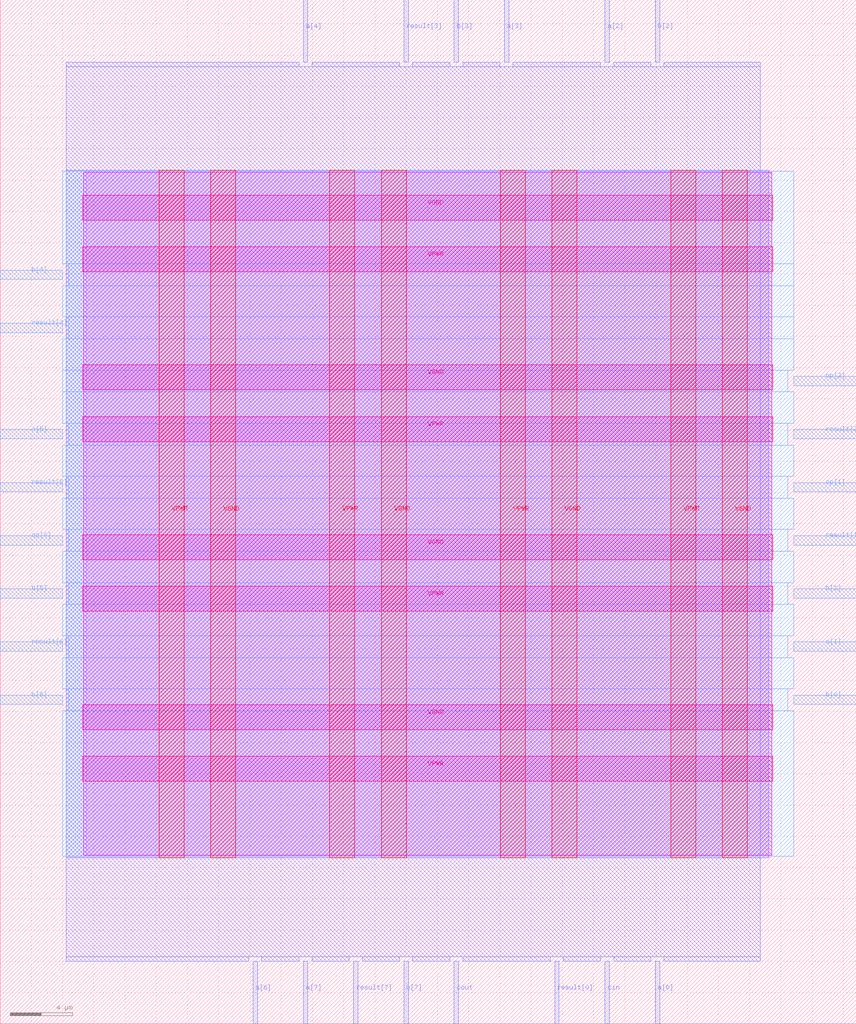
<source format=lef>
VERSION 5.7 ;
  NOWIREEXTENSIONATPIN ON ;
  DIVIDERCHAR "/" ;
  BUSBITCHARS "[]" ;
MACRO alu_8bit
  CLASS BLOCK ;
  FOREIGN alu_8bit ;
  ORIGIN 0.000 0.000 ;
  SIZE 54.820 BY 65.540 ;
  PIN VGND
    DIRECTION INOUT ;
    USE GROUND ;
    PORT
      LAYER met4 ;
        RECT 13.480 10.640 15.080 54.640 ;
    END
    PORT
      LAYER met4 ;
        RECT 24.405 10.640 26.005 54.640 ;
    END
    PORT
      LAYER met4 ;
        RECT 35.330 10.640 36.930 54.640 ;
    END
    PORT
      LAYER met4 ;
        RECT 46.255 10.640 47.855 54.640 ;
    END
    PORT
      LAYER met5 ;
        RECT 5.280 18.815 49.460 20.415 ;
    END
    PORT
      LAYER met5 ;
        RECT 5.280 29.690 49.460 31.290 ;
    END
    PORT
      LAYER met5 ;
        RECT 5.280 40.565 49.460 42.165 ;
    END
    PORT
      LAYER met5 ;
        RECT 5.280 51.440 49.460 53.040 ;
    END
  END VGND
  PIN VPWR
    DIRECTION INOUT ;
    USE POWER ;
    PORT
      LAYER met4 ;
        RECT 10.180 10.640 11.780 54.640 ;
    END
    PORT
      LAYER met4 ;
        RECT 21.105 10.640 22.705 54.640 ;
    END
    PORT
      LAYER met4 ;
        RECT 32.030 10.640 33.630 54.640 ;
    END
    PORT
      LAYER met4 ;
        RECT 42.955 10.640 44.555 54.640 ;
    END
    PORT
      LAYER met5 ;
        RECT 5.280 15.515 49.460 17.115 ;
    END
    PORT
      LAYER met5 ;
        RECT 5.280 26.390 49.460 27.990 ;
    END
    PORT
      LAYER met5 ;
        RECT 5.280 37.265 49.460 38.865 ;
    END
    PORT
      LAYER met5 ;
        RECT 5.280 48.140 49.460 49.740 ;
    END
  END VPWR
  PIN a[0]
    DIRECTION INPUT ;
    USE SIGNAL ;
    ANTENNAGATEAREA 0.196500 ;
    PORT
      LAYER met2 ;
        RECT 41.950 0.000 42.230 4.000 ;
    END
  END a[0]
  PIN a[1]
    DIRECTION INPUT ;
    USE SIGNAL ;
    ANTENNAGATEAREA 0.196500 ;
    PORT
      LAYER met3 ;
        RECT 50.820 23.840 54.820 24.440 ;
    END
  END a[1]
  PIN a[2]
    DIRECTION INPUT ;
    USE SIGNAL ;
    ANTENNAGATEAREA 0.196500 ;
    PORT
      LAYER met2 ;
        RECT 38.730 61.540 39.010 65.540 ;
    END
  END a[2]
  PIN a[3]
    DIRECTION INPUT ;
    USE SIGNAL ;
    ANTENNAGATEAREA 0.196500 ;
    PORT
      LAYER met2 ;
        RECT 32.290 61.540 32.570 65.540 ;
    END
  END a[3]
  PIN a[4]
    DIRECTION INPUT ;
    USE SIGNAL ;
    ANTENNAGATEAREA 0.196500 ;
    PORT
      LAYER met2 ;
        RECT 19.410 61.540 19.690 65.540 ;
    END
  END a[4]
  PIN a[5]
    DIRECTION INPUT ;
    USE SIGNAL ;
    ANTENNAGATEAREA 0.196500 ;
    PORT
      LAYER met3 ;
        RECT 0.000 37.440 4.000 38.040 ;
    END
  END a[5]
  PIN a[6]
    DIRECTION INPUT ;
    USE SIGNAL ;
    ANTENNAGATEAREA 0.196500 ;
    PORT
      LAYER met2 ;
        RECT 16.190 0.000 16.470 4.000 ;
    END
  END a[6]
  PIN a[7]
    DIRECTION INPUT ;
    USE SIGNAL ;
    ANTENNAGATEAREA 0.196500 ;
    PORT
      LAYER met2 ;
        RECT 19.410 0.000 19.690 4.000 ;
    END
  END a[7]
  PIN b[0]
    DIRECTION INPUT ;
    USE SIGNAL ;
    ANTENNAGATEAREA 0.196500 ;
    PORT
      LAYER met3 ;
        RECT 50.820 20.440 54.820 21.040 ;
    END
  END b[0]
  PIN b[1]
    DIRECTION INPUT ;
    USE SIGNAL ;
    ANTENNAGATEAREA 0.196500 ;
    PORT
      LAYER met3 ;
        RECT 50.820 27.240 54.820 27.840 ;
    END
  END b[1]
  PIN b[2]
    DIRECTION INPUT ;
    USE SIGNAL ;
    ANTENNAGATEAREA 0.196500 ;
    PORT
      LAYER met2 ;
        RECT 41.950 61.540 42.230 65.540 ;
    END
  END b[2]
  PIN b[3]
    DIRECTION INPUT ;
    USE SIGNAL ;
    ANTENNAGATEAREA 0.196500 ;
    PORT
      LAYER met2 ;
        RECT 29.070 61.540 29.350 65.540 ;
    END
  END b[3]
  PIN b[4]
    DIRECTION INPUT ;
    USE SIGNAL ;
    ANTENNAGATEAREA 0.196500 ;
    PORT
      LAYER met3 ;
        RECT 0.000 47.640 4.000 48.240 ;
    END
  END b[4]
  PIN b[5]
    DIRECTION INPUT ;
    USE SIGNAL ;
    ANTENNAGATEAREA 0.196500 ;
    PORT
      LAYER met3 ;
        RECT 0.000 27.240 4.000 27.840 ;
    END
  END b[5]
  PIN b[6]
    DIRECTION INPUT ;
    USE SIGNAL ;
    ANTENNAGATEAREA 0.196500 ;
    PORT
      LAYER met3 ;
        RECT 0.000 20.440 4.000 21.040 ;
    END
  END b[6]
  PIN b[7]
    DIRECTION INPUT ;
    USE SIGNAL ;
    ANTENNAGATEAREA 0.196500 ;
    PORT
      LAYER met2 ;
        RECT 25.850 0.000 26.130 4.000 ;
    END
  END b[7]
  PIN cin
    DIRECTION INPUT ;
    USE SIGNAL ;
    ANTENNAGATEAREA 0.196500 ;
    PORT
      LAYER met2 ;
        RECT 38.730 0.000 39.010 4.000 ;
    END
  END cin
  PIN cout
    DIRECTION OUTPUT ;
    USE SIGNAL ;
    ANTENNADIFFAREA 1.336500 ;
    PORT
      LAYER met2 ;
        RECT 29.070 0.000 29.350 4.000 ;
    END
  END cout
  PIN op[0]
    DIRECTION INPUT ;
    USE SIGNAL ;
    ANTENNAGATEAREA 0.196500 ;
    PORT
      LAYER met3 ;
        RECT 0.000 30.640 4.000 31.240 ;
    END
  END op[0]
  PIN op[1]
    DIRECTION INPUT ;
    USE SIGNAL ;
    ANTENNAGATEAREA 0.495000 ;
    PORT
      LAYER met3 ;
        RECT 50.820 34.040 54.820 34.640 ;
    END
  END op[1]
  PIN op[2]
    DIRECTION INPUT ;
    USE SIGNAL ;
    ANTENNAGATEAREA 0.495000 ;
    PORT
      LAYER met3 ;
        RECT 50.820 40.840 54.820 41.440 ;
    END
  END op[2]
  PIN result[0]
    DIRECTION OUTPUT ;
    USE SIGNAL ;
    ANTENNADIFFAREA 0.445500 ;
    PORT
      LAYER met2 ;
        RECT 35.510 0.000 35.790 4.000 ;
    END
  END result[0]
  PIN result[1]
    DIRECTION OUTPUT ;
    USE SIGNAL ;
    ANTENNADIFFAREA 0.445500 ;
    PORT
      LAYER met3 ;
        RECT 50.820 30.640 54.820 31.240 ;
    END
  END result[1]
  PIN result[2]
    DIRECTION OUTPUT ;
    USE SIGNAL ;
    ANTENNADIFFAREA 0.445500 ;
    PORT
      LAYER met3 ;
        RECT 50.820 37.440 54.820 38.040 ;
    END
  END result[2]
  PIN result[3]
    DIRECTION OUTPUT ;
    USE SIGNAL ;
    ANTENNADIFFAREA 0.795200 ;
    PORT
      LAYER met2 ;
        RECT 25.850 61.540 26.130 65.540 ;
    END
  END result[3]
  PIN result[4]
    DIRECTION OUTPUT ;
    USE SIGNAL ;
    ANTENNADIFFAREA 0.445500 ;
    PORT
      LAYER met3 ;
        RECT 0.000 44.240 4.000 44.840 ;
    END
  END result[4]
  PIN result[5]
    DIRECTION OUTPUT ;
    USE SIGNAL ;
    ANTENNADIFFAREA 0.445500 ;
    PORT
      LAYER met3 ;
        RECT 0.000 34.040 4.000 34.640 ;
    END
  END result[5]
  PIN result[6]
    DIRECTION OUTPUT ;
    USE SIGNAL ;
    ANTENNADIFFAREA 0.445500 ;
    PORT
      LAYER met3 ;
        RECT 0.000 23.840 4.000 24.440 ;
    END
  END result[6]
  PIN result[7]
    DIRECTION OUTPUT ;
    USE SIGNAL ;
    ANTENNADIFFAREA 1.336500 ;
    PORT
      LAYER met2 ;
        RECT 22.630 0.000 22.910 4.000 ;
    END
  END result[7]
  OBS
      LAYER nwell ;
        RECT 5.330 10.795 49.410 54.485 ;
      LAYER li1 ;
        RECT 5.520 10.795 49.220 54.485 ;
      LAYER met1 ;
        RECT 4.210 10.640 49.220 54.640 ;
      LAYER met2 ;
        RECT 4.230 61.260 19.130 61.540 ;
        RECT 19.970 61.260 25.570 61.540 ;
        RECT 26.410 61.260 28.790 61.540 ;
        RECT 29.630 61.260 32.010 61.540 ;
        RECT 32.850 61.260 38.450 61.540 ;
        RECT 39.290 61.260 41.670 61.540 ;
        RECT 42.510 61.260 48.660 61.540 ;
        RECT 4.230 4.280 48.660 61.260 ;
        RECT 4.230 4.000 15.910 4.280 ;
        RECT 16.750 4.000 19.130 4.280 ;
        RECT 19.970 4.000 22.350 4.280 ;
        RECT 23.190 4.000 25.570 4.280 ;
        RECT 26.410 4.000 28.790 4.280 ;
        RECT 29.630 4.000 35.230 4.280 ;
        RECT 36.070 4.000 38.450 4.280 ;
        RECT 39.290 4.000 41.670 4.280 ;
        RECT 42.510 4.000 48.660 4.280 ;
      LAYER met3 ;
        RECT 3.990 48.640 50.820 54.565 ;
        RECT 4.400 47.240 50.820 48.640 ;
        RECT 3.990 45.240 50.820 47.240 ;
        RECT 4.400 43.840 50.820 45.240 ;
        RECT 3.990 41.840 50.820 43.840 ;
        RECT 3.990 40.440 50.420 41.840 ;
        RECT 3.990 38.440 50.820 40.440 ;
        RECT 4.400 37.040 50.420 38.440 ;
        RECT 3.990 35.040 50.820 37.040 ;
        RECT 4.400 33.640 50.420 35.040 ;
        RECT 3.990 31.640 50.820 33.640 ;
        RECT 4.400 30.240 50.420 31.640 ;
        RECT 3.990 28.240 50.820 30.240 ;
        RECT 4.400 26.840 50.420 28.240 ;
        RECT 3.990 24.840 50.820 26.840 ;
        RECT 4.400 23.440 50.420 24.840 ;
        RECT 3.990 21.440 50.820 23.440 ;
        RECT 4.400 20.040 50.420 21.440 ;
        RECT 3.990 10.715 50.820 20.040 ;
  END
END alu_8bit
END LIBRARY


</source>
